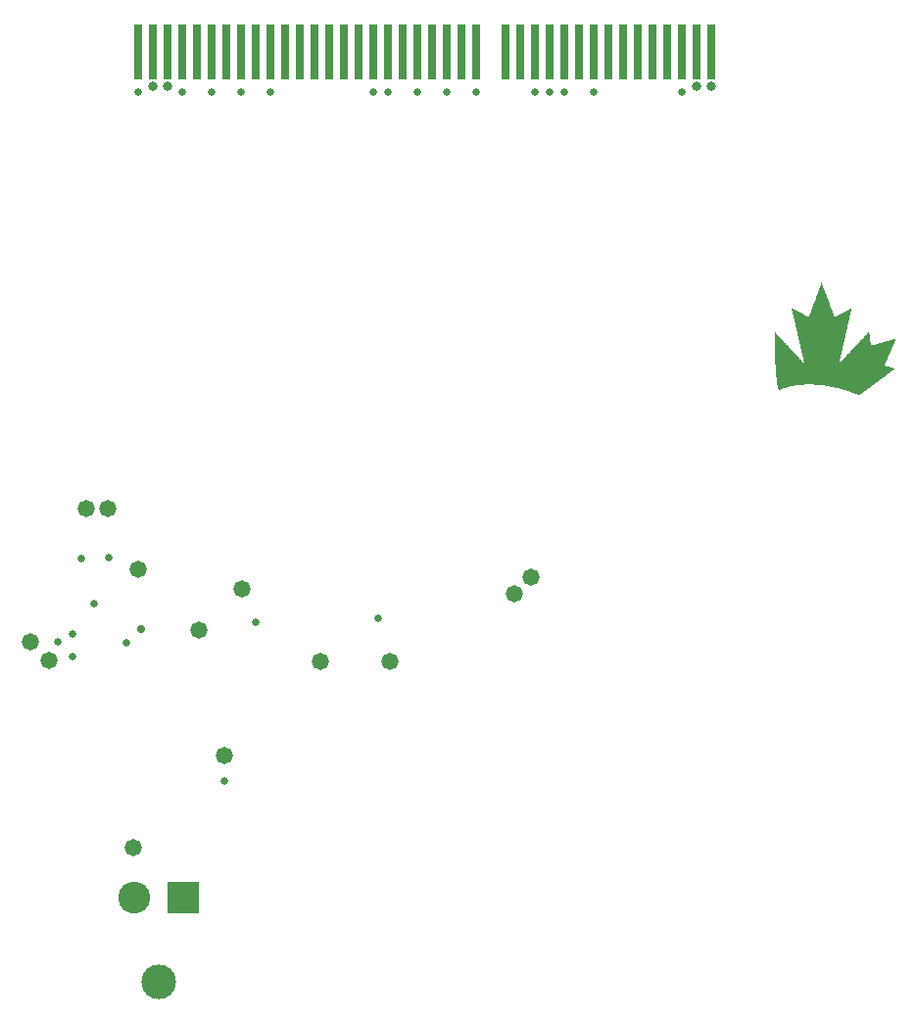
<source format=gbr>
%TF.GenerationSoftware,Altium Limited,Altium Designer,22.9.1 (49)*%
G04 Layer_Color=16711935*
%FSLAX45Y45*%
%MOMM*%
%TF.SameCoordinates,682DF52B-C038-4893-B781-CD12F227844D*%
%TF.FilePolarity,Negative*%
%TF.FileFunction,Soldermask,Bot*%
%TF.Part,Single*%
G01*
G75*
%TA.AperFunction,ComponentPad*%
%ADD36C,3.00000*%
%ADD37R,2.75000X2.75000*%
%ADD38C,2.75000*%
%TA.AperFunction,SMDPad,CuDef*%
%ADD50R,0.73320X4.77520*%
%TA.AperFunction,ViaPad*%
%ADD51C,1.47320*%
%ADD52C,0.64770*%
%ADD53C,0.64720*%
%ADD54C,0.70320*%
%ADD55C,0.83820*%
G36*
X8231314Y7761516D02*
X8233144Y7756940D01*
X8234059Y7753279D01*
X8238636Y7741381D01*
X8240466Y7734975D01*
X8241839Y7733602D01*
X8243211Y7728568D01*
X8246872Y7720332D01*
X8247787Y7715756D01*
X8251448Y7707519D01*
X8252363Y7703858D01*
X8254194Y7699282D01*
X8255567Y7696079D01*
X8256939Y7690130D01*
X8259685Y7685554D01*
X8260600Y7680978D01*
X8263346Y7674572D01*
X8265176Y7669996D01*
X8266091Y7666335D01*
X8268837Y7659929D01*
X8269752Y7656268D01*
X8272955Y7648489D01*
X8274328Y7643455D01*
X8277989Y7635218D01*
X8279819Y7627897D01*
X8281650Y7626066D01*
X8282565Y7621490D01*
X8286226Y7613254D01*
X8287141Y7607762D01*
X8288971Y7603186D01*
X8290802Y7601356D01*
X8291717Y7595865D01*
X8293547Y7591289D01*
X8294920Y7589916D01*
X8295835Y7586255D01*
X8297208Y7580306D01*
X8298581Y7578934D01*
X8299954Y7573900D01*
X8302242Y7567951D01*
X8305445Y7559257D01*
X8306360Y7555596D01*
X8308190Y7553766D01*
X8309106Y7549190D01*
X8312766Y7540953D01*
X8314597Y7533631D01*
X8316885Y7528598D01*
X8318258Y7523564D01*
X8320088Y7518988D01*
X8321461Y7517615D01*
X8322833Y7511667D01*
X8326494Y7503430D01*
X8328325Y7496108D01*
X8330155Y7494278D01*
X8331070Y7488787D01*
X8333358Y7483753D01*
X8335646Y7477804D01*
X8337477Y7471398D01*
X8341595Y7468195D01*
X8348917Y7471856D01*
X8381864Y7489244D01*
X8386440Y7491990D01*
X8392389Y7495193D01*
X8398337Y7497481D01*
X8400168Y7499311D01*
X8401998Y7500227D01*
X8406574Y7502057D01*
X8408405Y7503887D01*
X8410235Y7504803D01*
X8414811Y7506633D01*
X8423048Y7511209D01*
X8427624Y7513955D01*
X8431284Y7514870D01*
X8433572Y7517158D01*
X8438606Y7518531D01*
X8440437Y7520361D01*
X8445012Y7523107D01*
X8450961Y7526310D01*
X8455995Y7527683D01*
X8458740Y7530428D01*
X8460571Y7531343D01*
X8465147Y7533174D01*
X8466977Y7535004D01*
X8471553Y7535919D01*
X8473384Y7537750D01*
X8481620Y7542326D01*
X8486196Y7543241D01*
X8487569Y7541868D01*
X8485739Y7538207D01*
X8484824Y7534547D01*
X8483908Y7528140D01*
X8482993Y7524479D01*
X8481163Y7519903D01*
X8480247Y7511667D01*
X8478417Y7505260D01*
X8477044Y7500227D01*
X8475672Y7491532D01*
X8473384Y7483753D01*
X8472011Y7478720D01*
X8471096Y7472313D01*
X8468808Y7464534D01*
X8467892Y7460873D01*
X8466977Y7453552D01*
X8466062Y7448976D01*
X8464231Y7444400D01*
X8462859Y7435705D01*
X8459656Y7425180D01*
X8458283Y7416486D01*
X8456910Y7411453D01*
X8455080Y7404131D01*
X8453707Y7395437D01*
X8452334Y7391318D01*
X8450961Y7386285D01*
X8450046Y7382624D01*
X8449131Y7376217D01*
X8447758Y7372099D01*
X8445928Y7364777D01*
X8444555Y7356083D01*
X8442267Y7348304D01*
X8441352Y7343728D01*
X8440437Y7338237D01*
X8439064Y7332288D01*
X8437233Y7327712D01*
X8436318Y7320390D01*
X8435403Y7316730D01*
X8433115Y7308951D01*
X8431742Y7300256D01*
X8430827Y7296595D01*
X8428081Y7286528D01*
X8427166Y7280122D01*
X8426251Y7276461D01*
X8424421Y7271885D01*
X8423505Y7264563D01*
X8422590Y7260903D01*
X8420302Y7253123D01*
X8418472Y7242141D01*
X8417556Y7237565D01*
X8415726Y7232989D01*
X8414353Y7224295D01*
X8412065Y7216515D01*
X8410693Y7211482D01*
X8409777Y7205076D01*
X8408862Y7201415D01*
X8407489Y7196381D01*
X8405201Y7183111D01*
X8403371Y7178535D01*
X8402456Y7175789D01*
X8401540Y7168468D01*
X8400625Y7164807D01*
X8399252Y7160688D01*
X8398337Y7157028D01*
X8396965Y7151079D01*
X8396049Y7144673D01*
X8394677Y7140554D01*
X8393761Y7136893D01*
X8392389Y7128199D01*
X8391473Y7124538D01*
X8388728Y7115386D01*
X8387813Y7108980D01*
X8386897Y7105319D01*
X8384152Y7095252D01*
X8383237Y7088846D01*
X8382321Y7085185D01*
X8380949Y7080151D01*
X8379576Y7074202D01*
X8378661Y7071457D01*
X8379118Y7068254D01*
X8382779Y7067338D01*
X8385067Y7072372D01*
X8396965Y7084270D01*
X8397880Y7086100D01*
X8399710Y7087015D01*
X8401998Y7090218D01*
X8405201Y7092506D01*
X8406117Y7094337D01*
X8407489Y7095709D01*
X8409320Y7096625D01*
X8409777Y7097997D01*
X8412523Y7100743D01*
X8413438Y7102574D01*
X8415726Y7104862D01*
X8417556Y7105777D01*
X8418014Y7107149D01*
X8420302Y7109437D01*
X8422133Y7110353D01*
X8422590Y7111725D01*
X8426251Y7115386D01*
X8427166Y7117217D01*
X8437691Y7127741D01*
X8441809Y7132775D01*
X8442725Y7134605D01*
X8444097Y7135063D01*
X8446843Y7138724D01*
X8448673Y7139639D01*
X8450046Y7141012D01*
X8450961Y7142842D01*
X8452334Y7143300D01*
X8455080Y7147876D01*
X8456910Y7148791D01*
X8458283Y7150164D01*
X8459198Y7151994D01*
X8461943Y7153824D01*
X8464231Y7157028D01*
X8466062Y7157943D01*
X8468350Y7162061D01*
X8470180Y7162977D01*
X8472468Y7166180D01*
X8474299Y7167095D01*
X8476129Y7169840D01*
X8479332Y7172128D01*
X8480247Y7173959D01*
X8482993Y7176704D01*
X8483908Y7178535D01*
X8496721Y7191348D01*
X8497636Y7193178D01*
X8509534Y7205076D01*
X8510449Y7206906D01*
X8520516Y7216973D01*
X8521432Y7218803D01*
X8536075Y7233447D01*
X8536990Y7235277D01*
X8544311Y7242599D01*
X8546599Y7245802D01*
X8548430Y7246717D01*
X8550718Y7249920D01*
X8551633Y7251751D01*
X8564446Y7264563D01*
X8565361Y7266394D01*
X8567191Y7267309D01*
X8568107Y7269139D01*
X8577258Y7278291D01*
X8578174Y7280122D01*
X8592817Y7294765D01*
X8593732Y7296595D01*
X8605629Y7308493D01*
X8608375Y7313069D01*
X8617985Y7322679D01*
X8622561Y7328169D01*
X8624391Y7329085D01*
X8624849Y7330458D01*
X8633085Y7338694D01*
X8634001Y7340525D01*
X8636289Y7342813D01*
X8638119Y7341898D01*
X8639492Y7336864D01*
X8640407Y7324966D01*
X8641780Y7320848D01*
X8642695Y7312611D01*
X8643610Y7303459D01*
X8644526Y7296138D01*
X8645441Y7291562D01*
X8646356Y7287901D01*
X8647271Y7280579D01*
X8648186Y7270512D01*
X8649101Y7263191D01*
X8650017Y7259530D01*
X8650932Y7254039D01*
X8652305Y7236192D01*
X8653220Y7233447D01*
X8654135Y7227040D01*
X8656423Y7222007D01*
X8658253Y7221091D01*
X8662829Y7222922D01*
X8667405Y7223837D01*
X8671066Y7224752D01*
X8677473Y7227498D01*
X8683879Y7228413D01*
X8687540Y7229328D01*
X8693946Y7232074D01*
X8699437Y7232989D01*
X8703556Y7234362D01*
X8708132Y7236192D01*
X8715911Y7237565D01*
X8722317Y7240311D01*
X8727808Y7241226D01*
X8731469Y7242141D01*
X8737876Y7244887D01*
X8743367Y7245802D01*
X8747027Y7246717D01*
X8752061Y7249005D01*
X8758925Y7250378D01*
X8763959Y7251751D01*
X8769908Y7254039D01*
X8777229Y7255869D01*
X8783178Y7258157D01*
X8790957Y7259530D01*
X8796906Y7261818D01*
X8806515Y7264106D01*
X8811549Y7266394D01*
X8822074Y7268682D01*
X8828480Y7271427D01*
X8833971Y7272343D01*
X8839005Y7273715D01*
X8843581Y7275546D01*
X8850445Y7276919D01*
X8854563Y7278291D01*
X8860512Y7280579D01*
X8863258Y7281494D01*
X8867376Y7281037D01*
X8868291Y7279207D01*
X8866461Y7272800D01*
X8863258Y7266851D01*
X8861885Y7260903D01*
X8860512Y7259530D01*
X8858224Y7253581D01*
X8857309Y7249920D01*
X8854563Y7247175D01*
X8853648Y7241684D01*
X8850903Y7237107D01*
X8849987Y7235277D01*
X8849072Y7231616D01*
X8846784Y7226583D01*
X8843581Y7217888D01*
X8841750Y7216058D01*
X8840835Y7212397D01*
X8839005Y7207821D01*
X8837632Y7206448D01*
X8836259Y7201415D01*
X8831683Y7191348D01*
X8830768Y7187687D01*
X8828938Y7185856D01*
X8828022Y7182196D01*
X8823446Y7172128D01*
X8822531Y7168468D01*
X8819786Y7163892D01*
X8818871Y7161146D01*
X8816125Y7154740D01*
X8814295Y7150164D01*
X8811549Y7143757D01*
X8809718Y7139181D01*
X8808803Y7135521D01*
X8807430Y7134148D01*
X8805143Y7128199D01*
X8804227Y7124538D01*
X8802397Y7122708D01*
X8801482Y7120877D01*
X8800567Y7117217D01*
X8798279Y7112183D01*
X8795991Y7106234D01*
X8792787Y7100286D01*
X8791415Y7094337D01*
X8790042Y7092964D01*
X8787754Y7087015D01*
X8784093Y7078778D01*
X8781347Y7072372D01*
X8780432Y7070542D01*
X8775856Y7060474D01*
X8774941Y7054983D01*
X8772196Y7052238D01*
X8772653Y7049034D01*
X8777229Y7047204D01*
X8782263Y7044916D01*
X8786839Y7044001D01*
X8792330Y7043086D01*
X8796906Y7041255D01*
X8806515Y7038967D01*
X8811549Y7037595D01*
X8817498Y7035306D01*
X8823904Y7034391D01*
X8830311Y7031646D01*
X8836717Y7030730D01*
X8840378Y7029815D01*
X8846326Y7027527D01*
X8853190Y7026155D01*
X8858224Y7024782D01*
X8859139Y7022951D01*
X8858224Y7019291D01*
X8854563Y7017460D01*
X8849530Y7013342D01*
X8847699Y7012426D01*
X8845869Y7010596D01*
X8844038Y7009681D01*
X8841293Y7006935D01*
X8836717Y7004190D01*
X8834887Y7002359D01*
X8830311Y6999614D01*
X8827565Y6996868D01*
X8825734Y6995953D01*
X8822989Y6993208D01*
X8818413Y6990462D01*
X8816583Y6988631D01*
X8812007Y6985886D01*
X8809261Y6983140D01*
X8807430Y6982225D01*
X8805600Y6980395D01*
X8800567Y6977192D01*
X8795533Y6973073D01*
X8793703Y6972158D01*
X8790957Y6969412D01*
X8789127Y6968497D01*
X8787296Y6966667D01*
X8782720Y6963921D01*
X8782263Y6962548D01*
X8776314Y6959345D01*
X8774483Y6957515D01*
X8772653Y6956599D01*
X8769908Y6953854D01*
X8765331Y6951108D01*
X8762586Y6948363D01*
X8760755Y6947448D01*
X8758925Y6945617D01*
X8754349Y6942872D01*
X8751604Y6940126D01*
X8747027Y6937380D01*
X8744282Y6934635D01*
X8742452Y6933720D01*
X8740621Y6931889D01*
X8736045Y6929144D01*
X8733300Y6926398D01*
X8731469Y6925483D01*
X8729639Y6923652D01*
X8725063Y6920907D01*
X8723232Y6919076D01*
X8718656Y6916331D01*
X8717284Y6914958D01*
X8716368Y6913128D01*
X8713165Y6911755D01*
X8711335Y6909924D01*
X8706759Y6907179D01*
X8704928Y6905348D01*
X8700352Y6902603D01*
X8699895Y6901230D01*
X8695777Y6898942D01*
X8693946Y6897112D01*
X8689370Y6894366D01*
X8687540Y6892536D01*
X8682506Y6889332D01*
X8681591Y6887502D01*
X8672897Y6881553D01*
X8671066Y6880638D01*
X8668320Y6877893D01*
X8666490Y6876977D01*
X8664660Y6875147D01*
X8660084Y6872401D01*
X8658253Y6870571D01*
X8653677Y6867825D01*
X8650932Y6865080D01*
X8649101Y6864165D01*
X8646356Y6861419D01*
X8641780Y6858673D01*
X8639949Y6856843D01*
X8635373Y6854097D01*
X8632628Y6851352D01*
X8630798Y6850437D01*
X8628510Y6848149D01*
X8623018Y6844488D01*
X8611578Y6835794D01*
X8605172Y6831217D01*
X8596935Y6824811D01*
X8595105Y6823896D01*
X8593274Y6822066D01*
X8588698Y6819320D01*
X8586868Y6817490D01*
X8583665Y6815202D01*
X8578631Y6811083D01*
X8576801Y6810168D01*
X8574970Y6808337D01*
X8570394Y6805592D01*
X8567649Y6802846D01*
X8565819Y6801931D01*
X8563988Y6800101D01*
X8559412Y6797355D01*
X8557582Y6794609D01*
X8552091Y6793694D01*
X8546142Y6796898D01*
X8540193Y6798270D01*
X8535617Y6800101D01*
X8534244Y6801474D01*
X8528295Y6802846D01*
X8520059Y6806507D01*
X8516398Y6807422D01*
X8509991Y6810168D01*
X8502670Y6811998D01*
X8497636Y6814286D01*
X8492603Y6815659D01*
X8486196Y6817490D01*
X8484824Y6818862D01*
X8474299Y6821150D01*
X8472468Y6822981D01*
X8465147Y6824811D01*
X8457368Y6828014D01*
X8449588Y6829387D01*
X8444555Y6831675D01*
X8439521Y6833048D01*
X8435860Y6833963D01*
X8429454Y6836709D01*
X8422133Y6837624D01*
X8413896Y6841285D01*
X8406574Y6842200D01*
X8402456Y6843573D01*
X8397880Y6845403D01*
X8392389Y6846318D01*
X8387813Y6847233D01*
X8380491Y6849979D01*
X8371797Y6851352D01*
X8365848Y6853640D01*
X8359899Y6855013D01*
X8353493Y6855928D01*
X8349832Y6856843D01*
X8345256Y6858673D01*
X8337019Y6859589D01*
X8329698Y6861419D01*
X8325122Y6863249D01*
X8315054Y6864165D01*
X8311394Y6865080D01*
X8306360Y6866453D01*
X8302699Y6867368D01*
X8291259Y6868741D01*
X8286226Y6870113D01*
X8276158Y6871944D01*
X8266091Y6872859D01*
X8257397Y6874232D01*
X8252363Y6875604D01*
X8245042Y6876520D01*
X8234975Y6877435D01*
X8226738Y6878350D01*
X8223077Y6879265D01*
X8220789Y6878808D01*
X8216213Y6880638D01*
X8196079Y6881553D01*
X8193333Y6882469D01*
X8167708Y6883384D01*
X8164962Y6884299D01*
X8080764Y6885214D01*
X8078018Y6884299D01*
X8067951Y6883384D01*
X8044156Y6881553D01*
X8024022Y6879723D01*
X8018988Y6878350D01*
X8010751Y6877435D01*
X8000684Y6876520D01*
X7997023Y6875604D01*
X7987871Y6873774D01*
X7979177Y6872401D01*
X7972771Y6871486D01*
X7964991Y6869198D01*
X7956297Y6867825D01*
X7943484Y6864165D01*
X7937078Y6863249D01*
X7931129Y6860961D01*
X7924265Y6859589D01*
X7919232Y6858216D01*
X7914655Y6856385D01*
X7908707Y6855013D01*
X7905046Y6854097D01*
X7900012Y6851810D01*
X7894979Y6850437D01*
X7888572Y6848606D01*
X7887200Y6847233D01*
X7881251Y6845861D01*
X7873014Y6842200D01*
X7869353Y6841285D01*
X7862947Y6838539D01*
X7858371Y6837624D01*
X7856998Y6838997D01*
X7856083Y6844488D01*
X7853795Y6850437D01*
X7851507Y6863707D01*
X7848761Y6870113D01*
X7847846Y6881096D01*
X7845558Y6888875D01*
X7844643Y6893451D01*
X7843728Y6900773D01*
X7842355Y6910382D01*
X7840982Y6915416D01*
X7840067Y6919076D01*
X7838694Y6935092D01*
X7837321Y6940126D01*
X7835491Y6954769D01*
X7834118Y6974446D01*
X7832745Y6979479D01*
X7830915Y7003275D01*
X7830000Y7022494D01*
X7829085Y7048119D01*
X7828170Y7078321D01*
X7827254Y7082897D01*
X7825424Y7181738D01*
X7824051Y7334118D01*
X7828170Y7334576D01*
X7829542Y7333203D01*
X7830458Y7331373D01*
X7832288Y7329542D01*
X7834576Y7326339D01*
X7836406Y7325424D01*
X7838694Y7323136D01*
X7839609Y7321306D01*
X7840982Y7320848D01*
X7842355Y7319475D01*
X7843270Y7317645D01*
X7851507Y7309408D01*
X7852422Y7307578D01*
X7853795Y7307120D01*
X7855168Y7305747D01*
X7856083Y7303917D01*
X7859744Y7300256D01*
X7860659Y7298426D01*
X7872557Y7286528D01*
X7873472Y7284698D01*
X7886284Y7271885D01*
X7887200Y7270055D01*
X7900012Y7257242D01*
X7900928Y7255411D01*
X7912825Y7243514D01*
X7913740Y7241684D01*
X7917401Y7238023D01*
X7918316Y7236192D01*
X7930214Y7224295D01*
X7931129Y7222464D01*
X7943027Y7210567D01*
X7943942Y7208736D01*
X7956755Y7195924D01*
X7957670Y7194093D01*
X7967279Y7184484D01*
X7971398Y7179450D01*
X7972313Y7177620D01*
X7975058Y7175789D01*
X7975974Y7173959D01*
X7977347Y7172586D01*
X7979177Y7171671D01*
X7979635Y7170298D01*
X7984211Y7165722D01*
X7985126Y7163892D01*
X7986956Y7162977D01*
X7987871Y7161146D01*
X7990159Y7158858D01*
X7991990Y7157943D01*
X7992447Y7156570D01*
X7994735Y7154282D01*
X7996566Y7153367D01*
X7997023Y7151994D01*
X7999769Y7149249D01*
X8000684Y7147418D01*
X8014412Y7133690D01*
X8015327Y7131860D01*
X8026310Y7120877D01*
X8027225Y7119047D01*
X8032716Y7113556D01*
X8033631Y7111725D01*
X8035004Y7111268D01*
X8038665Y7107607D01*
X8042326Y7102116D01*
X8044156Y7101201D01*
X8045986Y7098455D01*
X8049190Y7096167D01*
X8050105Y7094337D01*
X8051478Y7092964D01*
X8053308Y7092049D01*
X8053765Y7090676D01*
X8057426Y7087015D01*
X8058342Y7085185D01*
X8059714Y7083812D01*
X8061545Y7082897D01*
X8063375Y7080151D01*
X8066578Y7077863D01*
X8067494Y7076033D01*
X8070239Y7073287D01*
X8071154Y7071457D01*
X8075273Y7068254D01*
X8078018Y7067338D01*
X8078476Y7068711D01*
X8077103Y7073745D01*
X8075730Y7081524D01*
X8074815Y7085185D01*
X8072985Y7089761D01*
X8072069Y7097997D01*
X8071154Y7101658D01*
X8068866Y7109437D01*
X8067036Y7120420D01*
X8066121Y7124080D01*
X8064290Y7128657D01*
X8062918Y7137351D01*
X8062002Y7141012D01*
X8060630Y7145130D01*
X8059714Y7148791D01*
X8058342Y7159316D01*
X8056053Y7165265D01*
X8053765Y7178535D01*
X8051478Y7184484D01*
X8050105Y7193178D01*
X8049190Y7196839D01*
X8047359Y7203245D01*
X8046444Y7205991D01*
X8045529Y7215143D01*
X8043241Y7221091D01*
X8042326Y7225668D01*
X8040953Y7233447D01*
X8038665Y7241226D01*
X8037750Y7244887D01*
X8036377Y7253581D01*
X8035462Y7257242D01*
X8033631Y7261818D01*
X8032716Y7269139D01*
X8030886Y7276461D01*
X8029055Y7282867D01*
X8028140Y7286528D01*
X8027225Y7292935D01*
X8026310Y7296595D01*
X8024479Y7301171D01*
X8023564Y7309408D01*
X8021734Y7316730D01*
Y7317645D01*
X8020361Y7320848D01*
X8018988Y7329542D01*
X8016700Y7337322D01*
X8015327Y7342355D01*
X8014412Y7348762D01*
X8013497Y7352422D01*
X8012124Y7356541D01*
X8011209Y7360201D01*
X8009836Y7370726D01*
X8007548Y7376675D01*
X8006175Y7383539D01*
X8005260Y7389945D01*
X8002972Y7395894D01*
X8001599Y7404589D01*
X8000684Y7408249D01*
X7999311Y7413283D01*
X7998396Y7416944D01*
X7997023Y7425638D01*
X7994278Y7434790D01*
X7993362Y7438451D01*
X7992447Y7444857D01*
X7990159Y7452636D01*
X7989244Y7456297D01*
X7987871Y7464992D01*
X7985583Y7472771D01*
X7983753Y7483753D01*
X7982380Y7488787D01*
X7980550Y7493363D01*
X7979635Y7500684D01*
X7978719Y7504345D01*
X7977347Y7509379D01*
X7975058Y7518988D01*
X7974143Y7525395D01*
X7972313Y7529971D01*
X7971398Y7536377D01*
X7970483Y7539123D01*
X7970940Y7543241D01*
X7973686Y7544156D01*
X7975516Y7542326D01*
X7991074Y7534089D01*
X7999311Y7529513D01*
X8003887Y7526768D01*
X8008463Y7524937D01*
X8017615Y7519446D01*
X8019446Y7518531D01*
X8024022Y7516700D01*
X8032259Y7512124D01*
X8036834Y7509379D01*
X8041410Y7507548D01*
X8042783Y7506175D01*
X8047817Y7504803D01*
X8049647Y7502972D01*
X8061545Y7496566D01*
X8066121Y7494736D01*
X8066578Y7493363D01*
X8069781Y7491990D01*
X8075730Y7488787D01*
X8081679Y7486499D01*
X8083967Y7484211D01*
X8089916Y7481923D01*
X8091746Y7480092D01*
X8093577Y7479177D01*
X8107305Y7472771D01*
X8110050Y7470025D01*
X8117372Y7469110D01*
X8119660Y7471398D01*
X8120575Y7476889D01*
X8122405Y7481465D01*
X8123778Y7482838D01*
X8125151Y7488787D01*
X8128812Y7497024D01*
X8129727Y7500684D01*
X8131557Y7505260D01*
X8132930Y7508464D01*
X8134303Y7514412D01*
X8137048Y7518988D01*
X8137964Y7524479D01*
X8141167Y7530428D01*
X8142540Y7536377D01*
X8144828Y7541411D01*
X8147116Y7547359D01*
X8148031Y7551020D01*
X8150319Y7556054D01*
X8151692Y7561087D01*
X8155352Y7569324D01*
X8157183Y7576646D01*
X8159013Y7578476D01*
X8159929Y7583052D01*
X8164504Y7594950D01*
X8165420Y7598610D01*
X8167708Y7602729D01*
X8169080Y7607762D01*
X8171826Y7614169D01*
X8172741Y7617830D01*
X8176402Y7626066D01*
X8177317Y7629727D01*
X8178690Y7633846D01*
X8181436Y7641167D01*
X8182808Y7647116D01*
X8184181Y7648489D01*
X8186469Y7654438D01*
X8187384Y7658098D01*
X8189672Y7662217D01*
X8191045Y7668166D01*
X8194706Y7676402D01*
X8195621Y7680063D01*
X8199282Y7689215D01*
X8201112Y7695621D01*
X8202485Y7696994D01*
X8203858Y7702028D01*
X8204773Y7705688D01*
X8207519Y7710264D01*
X8208434Y7715756D01*
X8210722Y7720789D01*
X8213010Y7726738D01*
X8215755Y7733144D01*
X8216671Y7737720D01*
X8219416Y7744127D01*
X8221247Y7748703D01*
X8222162Y7752363D01*
X8224907Y7758770D01*
X8226738Y7765176D01*
X8229026Y7765634D01*
X8231314Y7761516D01*
D02*
G37*
D36*
X2500000Y1720000D02*
D03*
D37*
X2710000Y2450000D02*
D03*
D38*
X2290000D02*
D03*
D50*
X5238700Y9760000D02*
D03*
X7270700D02*
D03*
X7143700D02*
D03*
X7016700D02*
D03*
X6889700D02*
D03*
X6762700D02*
D03*
X6635700D02*
D03*
X6508700D02*
D03*
X6381700D02*
D03*
X6254700D02*
D03*
X6127700D02*
D03*
X6000700D02*
D03*
X5873700D02*
D03*
X5746700D02*
D03*
X5619700D02*
D03*
X5492700D02*
D03*
X5111700D02*
D03*
X4984700D02*
D03*
X4857700D02*
D03*
X4730700D02*
D03*
X4603700D02*
D03*
X4476700D02*
D03*
X4349700D02*
D03*
X4222700D02*
D03*
X4095700D02*
D03*
X3968700D02*
D03*
X3841700D02*
D03*
X3714700D02*
D03*
X3587700D02*
D03*
X3460700D02*
D03*
X3333700D02*
D03*
X3206700D02*
D03*
X3079700D02*
D03*
X2952700D02*
D03*
X2825700D02*
D03*
X2698700D02*
D03*
X2571700D02*
D03*
X2444700D02*
D03*
X2317700D02*
D03*
D51*
X5570000Y5080000D02*
D03*
X5720000Y5220000D02*
D03*
X2060000Y5810000D02*
D03*
X1870000D02*
D03*
X2280000Y2880000D02*
D03*
X3070000Y3680000D02*
D03*
X2850000Y4760000D02*
D03*
X1550000Y4500000D02*
D03*
X1390000Y4660000D02*
D03*
X2320000Y5290000D02*
D03*
X4500000Y4490000D02*
D03*
X3220000Y5120000D02*
D03*
X3900000Y4490000D02*
D03*
D52*
X4393426Y4864533D02*
D03*
X3340000Y4830000D02*
D03*
X1940000Y4990000D02*
D03*
X1830000Y5380000D02*
D03*
X1630000Y4660000D02*
D03*
X2070000Y5390000D02*
D03*
X1750000Y4530000D02*
D03*
Y4730000D02*
D03*
X2220000Y4650000D02*
D03*
X3070000Y3460000D02*
D03*
D53*
X7016700Y9410000D02*
D03*
X2698700D02*
D03*
X6254700D02*
D03*
X6000700D02*
D03*
X5873700D02*
D03*
X5746700D02*
D03*
X5238700D02*
D03*
X4984700D02*
D03*
X4730700D02*
D03*
X4476700D02*
D03*
X4349700D02*
D03*
X3460700D02*
D03*
X3206700D02*
D03*
X2952700D02*
D03*
X2317700D02*
D03*
D54*
X2350000Y4770000D02*
D03*
D55*
X2444700Y9460000D02*
D03*
X2571700D02*
D03*
X7270700D02*
D03*
X7143700D02*
D03*
%TF.MD5,6edf0f02fb3f314f60601471acf20e52*%
M02*

</source>
